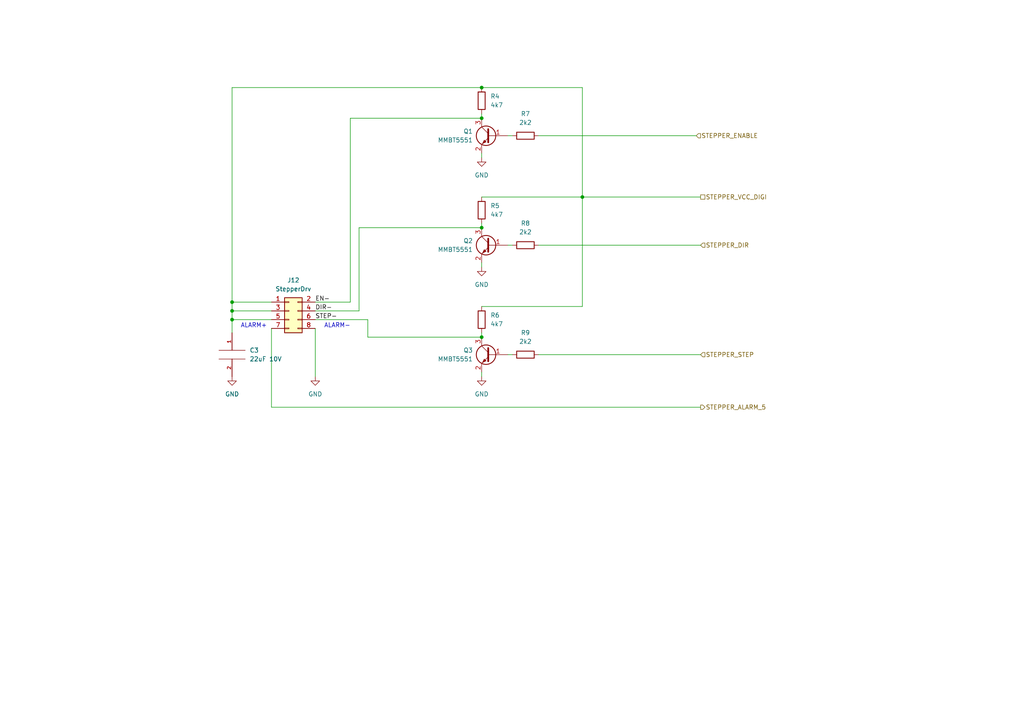
<source format=kicad_sch>
(kicad_sch (version 20211123) (generator eeschema)
  (paper "A4")
  (title_block (title "GRBLhal Boosterpack") (date "2022-12-20") (rev "1.2") (comment 1 "by Sönke Peters") (comment 2 "based on work by Terje Io and Expatria Technologies") (comment 4 "Licensed under CERN OHL v.1.2 or later"))
  (lib_symbols
    (symbol "Connector_Generic:Conn_02x04_Odd_Even" (pin_names (offset 1.016) hide)
      (property "Reference" "J" (at 1.27 5.08 0))
      (property "Value" "Conn_02x04_Odd_Even" (at 1.27 -7.62 0))
      (symbol "Conn_02x04_Odd_Even_1_1"
        (rectangle (start -1.27 -4.953) (end 0 -5.207) (stroke (width 0.1524)))
        (rectangle (start -1.27 -2.413) (end 0 -2.667) (stroke (width 0.1524)))
        (rectangle (start -1.27 0.127) (end 0 -0.127) (stroke (width 0.1524)))
        (rectangle (start -1.27 2.667) (end 0 2.413) (stroke (width 0.1524)))
        (rectangle (start -1.27 3.81) (end 3.81 -6.35) (stroke (width 0.254)) (fill (type background)))
        (rectangle (start 3.81 -4.953) (end 2.54 -5.207) (stroke (width 0.1524)))
        (rectangle (start 3.81 -2.413) (end 2.54 -2.667) (stroke (width 0.1524)))
        (rectangle (start 3.81 0.127) (end 2.54 -0.127) (stroke (width 0.1524)))
        (rectangle (start 3.81 2.667) (end 2.54 2.413) (stroke (width 0.1524)))
        (pin passive line (at -5.08 2.54 0) (length 3.81) (name "Pin_1") (number "1"))
        (pin passive line (at 7.62 2.54 180) (length 3.81) (name "Pin_2") (number "2"))
        (pin passive line (at -5.08 0 0) (length 3.81) (name "Pin_3") (number "3"))
        (pin passive line (at 7.62 0 180) (length 3.81) (name "Pin_4") (number "4"))
        (pin passive line (at -5.08 -2.54 0) (length 3.81) (name "Pin_5") (number "5"))
        (pin passive line (at 7.62 -2.54 180) (length 3.81) (name "Pin_6") (number "6"))
        (pin passive line (at -5.08 -5.08 0) (length 3.81) (name "Pin_7") (number "7"))
        (pin passive line (at 7.62 -5.08 180) (length 3.81) (name "Pin_8") (number "8"))
      )
    )
    (symbol "Device:Q_NPN_BEC" (pin_names (offset 0) hide)
      (property "Reference" "Q" (at 5.08 1.27 0))
      (property "Value" "Q_NPN_BEC" (at 5.08 -1.27 0))
      (symbol "Q_NPN_BEC_0_1"
        (polyline (pts (xy 0.635 0.635) (xy 2.54 2.54)))
        (polyline (pts (xy 0.635 -0.635) (xy 2.54 -2.54) (xy 2.54 -2.54)))
        (polyline (pts (xy 0.635 1.905) (xy 0.635 -1.905) (xy 0.635 -1.905)) (stroke (width 0.508)))
        (polyline (pts (xy 1.27 -1.778) (xy 1.778 -1.27) (xy 2.286 -2.286) (xy 1.27 -1.778) (xy 1.27 -1.778)) (fill (type outline)))
        (circle (center 1.27 0) (radius 2.8194) (stroke (width 0.254)))
      )
      (symbol "Q_NPN_BEC_1_1"
        (pin input line (at -5.08 0 0) (length 5.715) (name "B") (number "1"))
        (pin passive line (at 2.54 -5.08 90) (length 2.54) (name "E") (number "2"))
        (pin passive line (at 2.54 5.08 270) (length 2.54) (name "C") (number "3"))
      )
    )
    (symbol "Device:R" (pin_numbers hide) (pin_names (offset 0))
      (property "Reference" "R" (at 2.032 0 90))
      (property "Value" "R" (at 0 0 90))
      (symbol "R_0_1"
        (rectangle (start -1.016 -2.54) (end 1.016 2.54) (stroke (width 0.254)))
      )
      (symbol "R_1_1"
        (pin passive line (at 0 3.81 270) (length 1.27) (name "~") (number "1"))
        (pin passive line (at 0 -3.81 90) (length 1.27) (name "~") (number "2"))
      )
    )
    (symbol "power:GND" (power) (pin_names (offset 0))
      (property "Value" "GND" (at 0 -3.81 0))
      (symbol "GND_0_1"
        (polyline (pts (xy 0 0) (xy 0 -1.27) (xy 1.27 -1.27) (xy 0 -2.54) (xy -1.27 -1.27) (xy 0 -1.27)))
      )
      (symbol "GND_1_1"
        (pin power_in line (at 0 0 270) (length 0) hide (name "GND") (number "1"))
      )
    )
    (symbol "pspice:CAP" (pin_names (offset 0.254))
      (property "Reference" "C" (at 2.54 3.81 90))
      (property "Value" "CAP" (at 2.54 -3.81 90))
      (symbol "CAP_0_1"
        (polyline (pts (xy -3.81 -1.27) (xy 3.81 -1.27)))
        (polyline (pts (xy -3.81 1.27) (xy 3.81 1.27)))
      )
      (symbol "CAP_1_1"
        (pin passive line (at 0 6.35 270) (length 5.08) (name "~") (number "1"))
        (pin passive line (at 0 -6.35 90) (length 5.08) (name "~") (number "2"))
      )
    )
  )
  (junction (at 139.7 97.79))
  (junction (at 67.31 90.17))
  (junction (at 168.91 57.15))
  (junction (at 139.7 34.29))
  (junction (at 67.31 87.63))
  (junction (at 139.7 25.4))
  (junction (at 67.31 92.71))
  (junction (at 139.7 66.04))
  (wire (pts (xy 139.7 66.04) (xy 104.14 66.04)))
  (wire (pts (xy 147.32 71.12) (xy 148.59 71.12)))
  (wire (pts (xy 106.68 92.71) (xy 91.44 92.71)))
  (wire (pts (xy 104.14 90.17) (xy 91.44 90.17)))
  (wire (pts (xy 156.21 71.12) (xy 203.2 71.12)))
  (wire (pts (xy 67.31 87.63) (xy 67.31 90.17)))
  (wire (pts (xy 101.6 87.63) (xy 101.6 34.29)))
  (wire (pts (xy 139.7 25.4) (xy 67.31 25.4)))
  (wire (pts (xy 91.44 87.63) (xy 101.6 87.63)))
  (wire (pts (xy 67.31 92.71) (xy 67.31 96.52)))
  (wire (pts (xy 67.31 87.63) (xy 78.74 87.63)))
  (wire (pts (xy 139.7 107.95) (xy 139.7 109.22)))
  (wire (pts (xy 147.32 39.37) (xy 148.59 39.37)))
  (wire (pts (xy 168.91 57.15) (xy 203.2 57.15)))
  (wire (pts (xy 104.14 66.04) (xy 104.14 90.17)))
  (wire (pts (xy 139.7 25.4) (xy 168.91 25.4)))
  (wire (pts (xy 139.7 96.52) (xy 139.7 97.79)))
  (wire (pts (xy 67.31 90.17) (xy 78.74 90.17)))
  (wire (pts (xy 78.74 95.25) (xy 78.74 118.11)))
  (wire (pts (xy 156.21 39.37) (xy 201.93 39.37)))
  (wire (pts (xy 78.74 118.11) (xy 203.2 118.11)))
  (wire (pts (xy 139.7 76.2) (xy 139.7 77.47)))
  (wire (pts (xy 147.32 102.87) (xy 148.59 102.87)))
  (wire (pts (xy 67.31 92.71) (xy 78.74 92.71)))
  (wire (pts (xy 139.7 44.45) (xy 139.7 45.72)))
  (wire (pts (xy 168.91 57.15) (xy 168.91 88.9)))
  (wire (pts (xy 139.7 33.02) (xy 139.7 34.29)))
  (wire (pts (xy 67.31 25.4) (xy 67.31 87.63)))
  (wire (pts (xy 139.7 57.15) (xy 168.91 57.15)))
  (wire (pts (xy 139.7 97.79) (xy 106.68 97.79)))
  (wire (pts (xy 91.44 95.25) (xy 91.44 109.22)))
  (wire (pts (xy 67.31 90.17) (xy 67.31 92.71)))
  (wire (pts (xy 106.68 97.79) (xy 106.68 92.71)))
  (wire (pts (xy 156.21 102.87) (xy 203.2 102.87)))
  (wire (pts (xy 168.91 25.4) (xy 168.91 57.15)))
  (wire (pts (xy 139.7 88.9) (xy 168.91 88.9)))
  (wire (pts (xy 139.7 64.77) (xy 139.7 66.04)))
  (wire (pts (xy 101.6 34.29) (xy 139.7 34.29)))
  (text "ALARM-" (at 93.98 95.25 0) (effects (font (size 1.27 1.27)) (justify left bottom)))
  (text "ALARM+" (at 77.47 95.25 180) (effects (font (size 1.27 1.27)) (justify right bottom)))
  (label "DIR-" (at 91.44 90.17 0))
  (label "STEP-" (at 91.44 92.71 0))
  (label "EN-" (at 91.44 87.63 0))
  (hierarchical_label "STEPPER_ALARM_5" (shape output) (at 203.2 118.11 0))
  (hierarchical_label "STEPPER_ENABLE" (shape input) (at 201.93 39.37 0))
  (hierarchical_label "STEPPER_DIR" (shape input) (at 203.2 71.12 0))
  (hierarchical_label "STEPPER_VCC_DIGI" (shape passive) (at 203.2 57.15 0))
  (hierarchical_label "STEPPER_STEP" (shape input) (at 203.2 102.87 0))
  (symbol (lib_id "power:GND") (at 139.7 77.47 0) (unit 1)
    (property "Reference" "#PWR013" (effects hide))
    (property "Value" "GND" (at 139.7 82.55 0))
  )
  (symbol (lib_id "Device:R") (at 139.7 60.96 180) (unit 1)
    (property "Reference" "R5" (at 142.24 59.6899 0) (effects (justify right)))
    (property "Value" "4k7" (at 142.24 62.2299 0) (effects (justify right)))
    (property "Footprint" "Resistor_SMD:R_0603_1608Metric" (effects hide))
    (property "Datasheet" "https://datasheet.lcsc.com/lcsc/2206010116_UNI-ROYAL-Uniroyal-Elec-0603WAF4701T5E_C23162.pdf" (effects hide))
    (property "LCSC Part #" "C23162" (effects hide))
  )
  (symbol (lib_id "power:GND") (at 139.7 109.22 0) (unit 1)
    (property "Reference" "#PWR014" (effects hide))
    (property "Value" "GND" (at 139.7 114.3 0))
  )
  (symbol (lib_id "Device:Q_NPN_BEC") (at 142.24 71.12 0) (mirror y) (unit 1)
    (property "Reference" "Q2" (at 137.16 69.8499 0) (effects (justify left)))
    (property "Value" "MMBT5551" (at 137.16 72.3899 0) (effects (justify left)))
    (property "Footprint" "Package_TO_SOT_SMD:SOT-23" (effects hide))
    (property "Datasheet" "https://datasheet.lcsc.com/lcsc/1810190020_Jiangsu-Changjing-Electronics-Technology-Co---Ltd--MMBT5551_C2145.pdf" (effects hide))
    (property "LCSC Part #" "C2145" (effects hide))
  )
  (symbol (lib_id "Connector_Generic:Conn_02x04_Odd_Even") (at 83.82 90.17 0) (unit 1)
    (property "Reference" "J12" (at 85.09 81.28 0))
    (property "Value" "StepperDrv" (at 85.09 83.82 0))
    (property "Footprint" "Connector_PinHeader_2.54mm:PinHeader_2x04_P2.54mm_Vertical" (effects hide))
  )
  (symbol (lib_id "power:GND") (at 139.7 45.72 0) (unit 1)
    (property "Reference" "#PWR012" (effects hide))
    (property "Value" "GND" (at 139.7 50.8 0))
  )
  (symbol (lib_id "Device:R") (at 152.4 71.12 90) (unit 1)
    (property "Reference" "R8" (at 152.4 64.77 90))
    (property "Value" "2k2" (at 152.4 67.31 90))
    (property "Footprint" "Resistor_SMD:R_0603_1608Metric" (effects hide))
    (property "Datasheet" "https://datasheet.lcsc.com/lcsc/2206010230_UNI-ROYAL-Uniroyal-Elec-0603WAF2201T5E_C4190.pdf" (effects hide))
    (property "LCSC Part #" "C4190" (effects hide))
  )
  (symbol (lib_id "Device:R") (at 152.4 102.87 90) (unit 1)
    (property "Reference" "R9" (at 152.4 96.52 90))
    (property "Value" "2k2" (at 152.4 99.06 90))
    (property "Footprint" "Resistor_SMD:R_0603_1608Metric" (effects hide))
    (property "Datasheet" "https://datasheet.lcsc.com/lcsc/2206010230_UNI-ROYAL-Uniroyal-Elec-0603WAF2201T5E_C4190.pdf" (effects hide))
    (property "LCSC Part #" "C4190" (effects hide))
  )
  (symbol (lib_id "Device:Q_NPN_BEC") (at 142.24 39.37 0) (mirror y) (unit 1)
    (property "Reference" "Q1" (at 137.16 38.0999 0) (effects (justify left)))
    (property "Value" "MMBT5551" (at 137.16 40.6399 0) (effects (justify left)))
    (property "Footprint" "Package_TO_SOT_SMD:SOT-23" (effects hide))
    (property "Datasheet" "https://datasheet.lcsc.com/lcsc/1810190020_Jiangsu-Changjing-Electronics-Technology-Co---Ltd--MMBT5551_C2145.pdf" (effects hide))
    (property "LCSC Part #" "C2145" (effects hide))
  )
  (symbol (lib_id "Device:R") (at 139.7 29.21 180) (unit 1)
    (property "Reference" "R4" (at 142.24 27.9399 0) (effects (justify right)))
    (property "Value" "4k7" (at 142.24 30.4799 0) (effects (justify right)))
    (property "Footprint" "Resistor_SMD:R_0603_1608Metric" (effects hide))
    (property "Datasheet" "https://datasheet.lcsc.com/lcsc/2206010116_UNI-ROYAL-Uniroyal-Elec-0603WAF4701T5E_C23162.pdf" (effects hide))
    (property "LCSC Part #" "C23162" (effects hide))
  )
  (symbol (lib_id "Device:R") (at 139.7 92.71 180) (unit 1)
    (property "Reference" "R6" (at 142.24 91.4399 0) (effects (justify right)))
    (property "Value" "4k7" (at 142.24 93.9799 0) (effects (justify right)))
    (property "Footprint" "Resistor_SMD:R_0603_1608Metric" (effects hide))
    (property "Datasheet" "https://datasheet.lcsc.com/lcsc/2206010116_UNI-ROYAL-Uniroyal-Elec-0603WAF4701T5E_C23162.pdf" (effects hide))
    (property "LCSC Part #" "C23162" (effects hide))
  )
  (symbol (lib_id "Device:Q_NPN_BEC") (at 142.24 102.87 0) (mirror y) (unit 1)
    (property "Reference" "Q3" (at 137.16 101.5999 0) (effects (justify left)))
    (property "Value" "MMBT5551" (at 137.16 104.1399 0) (effects (justify left)))
    (property "Footprint" "Package_TO_SOT_SMD:SOT-23" (effects hide))
    (property "Datasheet" "https://datasheet.lcsc.com/lcsc/1810190020_Jiangsu-Changjing-Electronics-Technology-Co---Ltd--MMBT5551_C2145.pdf" (effects hide))
    (property "LCSC Part #" "C2145" (effects hide))
  )
  (symbol (lib_id "Device:R") (at 152.4 39.37 90) (unit 1)
    (property "Reference" "R7" (at 152.4 33.02 90))
    (property "Value" "2k2" (at 152.4 35.56 90))
    (property "Footprint" "Resistor_SMD:R_0603_1608Metric" (effects hide))
    (property "Datasheet" "https://datasheet.lcsc.com/lcsc/2206010230_UNI-ROYAL-Uniroyal-Elec-0603WAF2201T5E_C4190.pdf" (effects hide))
    (property "LCSC Part #" "C4190" (effects hide))
  )
  (symbol (lib_id "pspice:CAP") (at 67.31 102.87 0) (unit 1)
    (property "Reference" "C3" (at 72.39 101.5999 0) (effects (justify left)))
    (property "Value" "22uF 10V" (at 72.39 104.1399 0) (effects (justify left)))
    (property "Footprint" "Capacitor_SMD:C_1206_3216Metric" (effects hide))
    (property "Datasheet" "https://datasheet.lcsc.com/lcsc/1810221121_Samsung-Electro-Mechanics-CL31A226KPHNNNE_C5672.pdf" (effects hide))
    (property "LCSC Part #" "C5672" (effects hide))
  )
  (symbol (lib_id "power:GND") (at 91.44 109.22 0) (unit 1)
    (property "Reference" "#PWR011" (effects hide))
    (property "Value" "GND" (at 91.44 114.3 0))
  )
  (symbol (lib_id "power:GND") (at 67.31 109.22 0) (unit 1)
    (property "Reference" "#PWR010" (effects hide))
    (property "Value" "GND" (at 67.31 114.3 0))
  )
)
</source>
